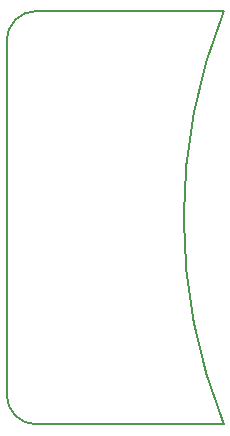
<source format=gm1>
G04*
G04 #@! TF.GenerationSoftware,Altium Limited,Altium Designer,19.1.6 (110)*
G04*
G04 Layer_Color=16711935*
%FSLAX25Y25*%
%MOIN*%
G70*
G01*
G75*
%ADD10C,0.00787*%
D10*
X55675Y68897D02*
G03*
X55675Y-68897I170703J-68897D01*
G01*
X-16732Y-59055D02*
G03*
X-6890Y-68897I9843J0D01*
G01*
Y68897D02*
G03*
X-16732Y59055I0J-9843D01*
G01*
X-6890Y-68897D02*
X55675D01*
X-16732Y-59055D02*
Y59055D01*
X-6890Y68897D02*
X55675D01*
M02*

</source>
